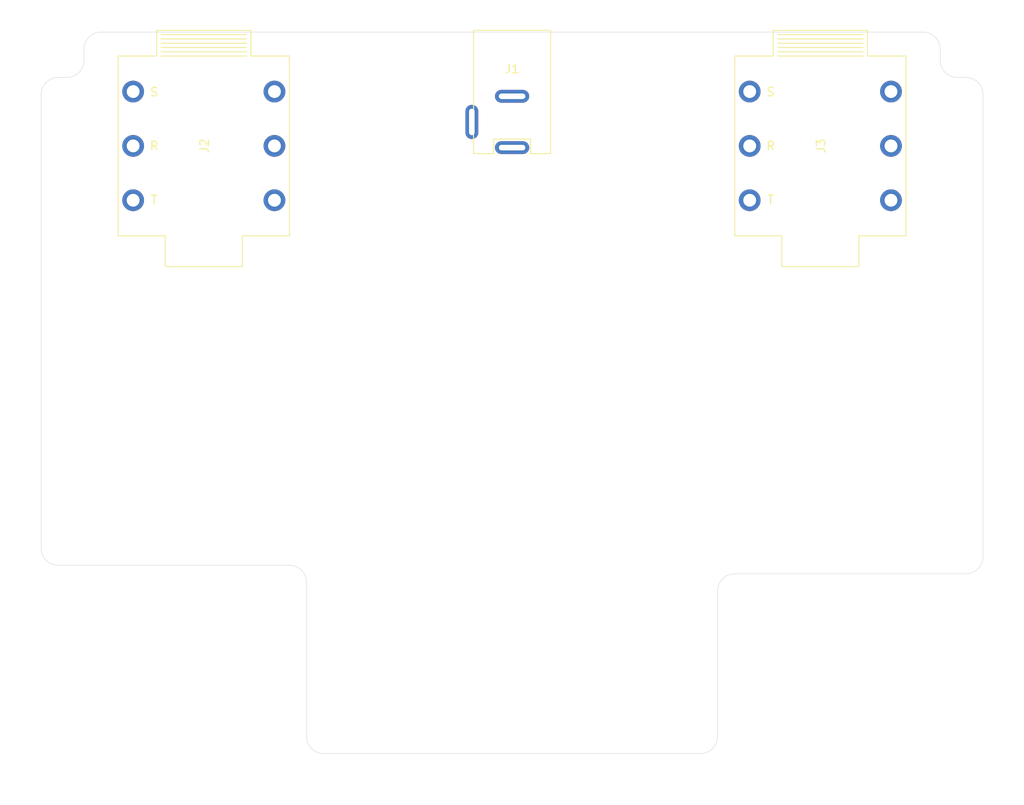
<source format=kicad_pcb>
(kicad_pcb (version 20171130) (host pcbnew "(5.1.10)-1")

  (general
    (thickness 1.6)
    (drawings 52)
    (tracks 0)
    (zones 0)
    (modules 3)
    (nets 8)
  )

  (page A4)
  (layers
    (0 F.Cu signal)
    (31 B.Cu signal)
    (32 B.Adhes user)
    (33 F.Adhes user)
    (34 B.Paste user)
    (35 F.Paste user)
    (36 B.SilkS user)
    (37 F.SilkS user)
    (38 B.Mask user)
    (39 F.Mask user)
    (40 Dwgs.User user)
    (41 Cmts.User user hide)
    (44 Edge.Cuts user)
    (45 Margin user)
    (46 B.CrtYd user hide)
    (47 F.CrtYd user hide)
    (48 B.Fab user hide)
    (49 F.Fab user hide)
  )

  (setup
    (last_trace_width 0.25)
    (user_trace_width 0.5)
    (user_trace_width 1)
    (trace_clearance 0.2)
    (zone_clearance 0.25)
    (zone_45_only no)
    (trace_min 0.2)
    (via_size 0.8)
    (via_drill 0.4)
    (via_min_size 0.4)
    (via_min_drill 0.3)
    (uvia_size 0.3)
    (uvia_drill 0.1)
    (uvias_allowed no)
    (uvia_min_size 0.2)
    (uvia_min_drill 0.1)
    (edge_width 0.05)
    (segment_width 0.2)
    (pcb_text_width 0.3)
    (pcb_text_size 1.5 1.5)
    (mod_edge_width 0.12)
    (mod_text_size 1 1)
    (mod_text_width 0.15)
    (pad_size 1.524 1.524)
    (pad_drill 0.762)
    (pad_to_mask_clearance 0)
    (aux_axis_origin 0 0)
    (visible_elements 7FFFFFFF)
    (pcbplotparams
      (layerselection 0x010fc_ffffffff)
      (usegerberextensions false)
      (usegerberattributes true)
      (usegerberadvancedattributes true)
      (creategerberjobfile true)
      (excludeedgelayer true)
      (linewidth 0.100000)
      (plotframeref false)
      (viasonmask false)
      (mode 1)
      (useauxorigin false)
      (hpglpennumber 1)
      (hpglpenspeed 20)
      (hpglpendiameter 15.000000)
      (psnegative false)
      (psa4output false)
      (plotreference true)
      (plotvalue true)
      (plotinvisibletext false)
      (padsonsilk false)
      (subtractmaskfromsilk false)
      (outputformat 1)
      (mirror false)
      (drillshape 0)
      (scaleselection 1)
      (outputdirectory "gerber-files/"))
  )

  (net 0 "")
  (net 1 Earth)
  (net 2 "Net-(J1-Pad1)")
  (net 3 "Net-(J1-Pad2)")
  (net 4 "Net-(J1-Pad3)")
  (net 5 /In)
  (net 6 "Net-(J2-Pad5)")
  (net 7 /Out)

  (net_class Default "This is the default net class."
    (clearance 0.2)
    (trace_width 0.25)
    (via_dia 0.8)
    (via_drill 0.4)
    (uvia_dia 0.3)
    (uvia_drill 0.1)
    (add_net /In)
    (add_net /Out)
    (add_net Earth)
    (add_net "Net-(J1-Pad1)")
    (add_net "Net-(J1-Pad2)")
    (add_net "Net-(J1-Pad3)")
    (add_net "Net-(J2-Pad5)")
  )

  (module bca-footprints:DC_Jack_DC005 locked (layer F.Cu) (tedit 61FC325F) (tstamp 620E18F1)
    (at 0 -43.5)
    (path /617DE997)
    (fp_text reference J1 (at 0 4.5) (layer F.SilkS)
      (effects (font (size 1 1) (thickness 0.15)))
    )
    (fp_text value Barrel_Jack_Switch (at 0 1.2) (layer F.Fab)
      (effects (font (size 1 1) (thickness 0.15)))
    )
    (fp_line (start -4.5 0) (end 4.5 0) (layer F.SilkS) (width 0.12))
    (fp_line (start 4.5 0) (end 4.5 14.4) (layer F.SilkS) (width 0.12))
    (fp_line (start -4.5 14.4) (end -2.15 14.4) (layer F.SilkS) (width 0.12))
    (fp_line (start -4.5 0) (end -4.5 14.4) (layer F.SilkS) (width 0.12))
    (fp_line (start 2.15 14.4) (end 4.5 14.4) (layer F.SilkS) (width 0.12))
    (fp_line (start 2.15 14.4) (end 2.15 12.7) (layer F.SilkS) (width 0.12))
    (fp_line (start 2.15 12.7) (end -2.15 12.7) (layer F.SilkS) (width 0.12))
    (fp_line (start -2.15 12.7) (end -2.15 14.4) (layer F.SilkS) (width 0.12))
    (pad 1 thru_hole oval (at 0 13.7 90) (size 1.5 4) (drill oval 0.65 3.1) (layers *.Cu *.Mask)
      (net 2 "Net-(J1-Pad1)"))
    (pad 2 thru_hole oval (at 0 7.7 90) (size 1.5 4) (drill oval 0.65 3.1) (layers *.Cu *.Mask)
      (net 3 "Net-(J1-Pad2)"))
    (pad 3 thru_hole oval (at -4.7 10.7 180) (size 1.5 4) (drill oval 0.65 3.1) (layers *.Cu *.Mask)
      (net 4 "Net-(J1-Pad3)"))
    (model "C:/Users/Mark Bennett/github/kicad/bca-kicad-lib/bca-3d/DS-210.step"
      (at (xyz 0 0 0))
      (scale (xyz 1 1 1))
      (rotate (xyz 0 0 0))
    )
  )

  (module bca-footprints:Rean_NYS215 locked (layer F.Cu) (tedit 6201CB47) (tstamp 620E1910)
    (at -36 -30)
    (path /6164B294)
    (fp_text reference J2 (at 0.075 0 90) (layer F.SilkS)
      (effects (font (size 1 1) (thickness 0.15)))
    )
    (fp_text value AudioJack_TRS (at 0 0 90) (layer F.Fab) hide
      (effects (font (size 1 1) (thickness 0.15)))
    )
    (fp_line (start 10 -10.5) (end 10 10.5) (layer F.SilkS) (width 0.12))
    (fp_line (start -10 10.5) (end -10 -10.5) (layer F.SilkS) (width 0.12))
    (fp_line (start -10 10.5) (end -4.5 10.5) (layer F.SilkS) (width 0.12))
    (fp_line (start -4.5 10.5) (end -4.5 14.1) (layer F.SilkS) (width 0.12))
    (fp_line (start -4.5 14.1) (end 4.5 14.1) (layer F.SilkS) (width 0.12))
    (fp_line (start 4.5 14.1) (end 4.5 10.5) (layer F.SilkS) (width 0.12))
    (fp_line (start 4.5 10.5) (end 10 10.5) (layer F.SilkS) (width 0.12))
    (fp_line (start 10 -10.5) (end 5.5 -10.5) (layer F.SilkS) (width 0.12))
    (fp_line (start 5.5 -10.5) (end 5.5 -13.5) (layer F.SilkS) (width 0.12))
    (fp_line (start 5.5 -13.5) (end -5.5 -13.5) (layer F.SilkS) (width 0.12))
    (fp_line (start -5.5 -13.5) (end -5.5 -10.5) (layer F.SilkS) (width 0.12))
    (fp_line (start -5.5 -10.5) (end -10 -10.5) (layer F.SilkS) (width 0.12))
    (fp_line (start -5 -13) (end 5 -13) (layer F.SilkS) (width 0.12))
    (fp_line (start 5 -12.5) (end -5 -12.5) (layer F.SilkS) (width 0.12))
    (fp_line (start -5 -12) (end 5 -12) (layer F.SilkS) (width 0.12))
    (fp_line (start 5 -11.5) (end -5 -11.5) (layer F.SilkS) (width 0.12))
    (fp_line (start -5 -11) (end 5 -11) (layer F.SilkS) (width 0.12))
    (fp_line (start 5 -10.5) (end -5 -10.5) (layer F.SilkS) (width 0.12))
    (fp_text user R (at -5.8 0) (layer F.SilkS)
      (effects (font (size 1 1) (thickness 0.15)))
    )
    (fp_text user S (at -5.8 -6.3) (layer F.SilkS)
      (effects (font (size 1 1) (thickness 0.15)))
    )
    (fp_text user T (at -5.8 6.3) (layer F.SilkS)
      (effects (font (size 1 1) (thickness 0.15)))
    )
    (pad 3 thru_hole circle (at -8.25 -6.35) (size 2.54 2.54) (drill 1.5) (layers *.Cu *.Mask)
      (net 1 Earth))
    (pad 2 thru_hole circle (at -8.25 0) (size 2.54 2.54) (drill 1.5) (layers *.Cu *.Mask)
      (net 2 "Net-(J1-Pad1)"))
    (pad 1 thru_hole circle (at -8.25 6.35) (size 2.54 2.54) (drill 1.5) (layers *.Cu *.Mask)
      (net 5 /In))
    (pad 6 thru_hole circle (at 8.25 -6.35) (size 2.54 2.54) (drill 1.5) (layers *.Cu *.Mask)
      (net 1 Earth))
    (pad 5 thru_hole circle (at 8.25 0) (size 2.54 2.54) (drill 1.5) (layers *.Cu *.Mask)
      (net 6 "Net-(J2-Pad5)"))
    (pad 4 thru_hole circle (at 8.25 6.35) (size 2.54 2.54) (drill 1.5) (layers *.Cu *.Mask)
      (net 1 Earth))
    (model ${BCA3DMOD}/A-1122.step
      (at (xyz 0 0 0))
      (scale (xyz 1 1 1))
      (rotate (xyz 0 0 0))
    )
  )

  (module bca-footprints:Rean_NYS215 locked (layer F.Cu) (tedit 6201CB47) (tstamp 620E192F)
    (at 36 -30)
    (path /6164BFFE)
    (fp_text reference J3 (at 0.075 0 90) (layer F.SilkS)
      (effects (font (size 1 1) (thickness 0.15)))
    )
    (fp_text value AudioJack_TRS (at 0 0 90) (layer F.Fab) hide
      (effects (font (size 1 1) (thickness 0.15)))
    )
    (fp_line (start 5 -10.5) (end -5 -10.5) (layer F.SilkS) (width 0.12))
    (fp_line (start -5 -11) (end 5 -11) (layer F.SilkS) (width 0.12))
    (fp_line (start 5 -11.5) (end -5 -11.5) (layer F.SilkS) (width 0.12))
    (fp_line (start -5 -12) (end 5 -12) (layer F.SilkS) (width 0.12))
    (fp_line (start 5 -12.5) (end -5 -12.5) (layer F.SilkS) (width 0.12))
    (fp_line (start -5 -13) (end 5 -13) (layer F.SilkS) (width 0.12))
    (fp_line (start -5.5 -10.5) (end -10 -10.5) (layer F.SilkS) (width 0.12))
    (fp_line (start -5.5 -13.5) (end -5.5 -10.5) (layer F.SilkS) (width 0.12))
    (fp_line (start 5.5 -13.5) (end -5.5 -13.5) (layer F.SilkS) (width 0.12))
    (fp_line (start 5.5 -10.5) (end 5.5 -13.5) (layer F.SilkS) (width 0.12))
    (fp_line (start 10 -10.5) (end 5.5 -10.5) (layer F.SilkS) (width 0.12))
    (fp_line (start 4.5 10.5) (end 10 10.5) (layer F.SilkS) (width 0.12))
    (fp_line (start 4.5 14.1) (end 4.5 10.5) (layer F.SilkS) (width 0.12))
    (fp_line (start -4.5 14.1) (end 4.5 14.1) (layer F.SilkS) (width 0.12))
    (fp_line (start -4.5 10.5) (end -4.5 14.1) (layer F.SilkS) (width 0.12))
    (fp_line (start -10 10.5) (end -4.5 10.5) (layer F.SilkS) (width 0.12))
    (fp_line (start -10 10.5) (end -10 -10.5) (layer F.SilkS) (width 0.12))
    (fp_line (start 10 -10.5) (end 10 10.5) (layer F.SilkS) (width 0.12))
    (fp_text user T (at -5.8 6.3) (layer F.SilkS)
      (effects (font (size 1 1) (thickness 0.15)))
    )
    (fp_text user S (at -5.8 -6.3) (layer F.SilkS)
      (effects (font (size 1 1) (thickness 0.15)))
    )
    (fp_text user R (at -5.8 0) (layer F.SilkS)
      (effects (font (size 1 1) (thickness 0.15)))
    )
    (pad 4 thru_hole circle (at 8.25 6.35) (size 2.54 2.54) (drill 1.5) (layers *.Cu *.Mask)
      (net 1 Earth))
    (pad 5 thru_hole circle (at 8.25 0) (size 2.54 2.54) (drill 1.5) (layers *.Cu *.Mask)
      (net 1 Earth))
    (pad 6 thru_hole circle (at 8.25 -6.35) (size 2.54 2.54) (drill 1.5) (layers *.Cu *.Mask)
      (net 1 Earth))
    (pad 1 thru_hole circle (at -8.25 6.35) (size 2.54 2.54) (drill 1.5) (layers *.Cu *.Mask)
      (net 7 /Out))
    (pad 2 thru_hole circle (at -8.25 0) (size 2.54 2.54) (drill 1.5) (layers *.Cu *.Mask)
      (net 1 Earth))
    (pad 3 thru_hole circle (at -8.25 -6.35) (size 2.54 2.54) (drill 1.5) (layers *.Cu *.Mask)
      (net 1 Earth))
    (model ${BCA3DMOD}/A-1122.step
      (at (xyz 0 0 0))
      (scale (xyz 1 1 1))
      (rotate (xyz 0 0 0))
    )
  )

  (gr_arc (start -26 21) (end -24 21) (angle -90) (layer Edge.Cuts) (width 0.05) (tstamp 6221775B))
  (gr_arc (start -53 17) (end -55 17) (angle -90) (layer Edge.Cuts) (width 0.05) (tstamp 62217751))
  (gr_arc (start -53 -36) (end -53 -38) (angle -90) (layer Edge.Cuts) (width 0.05) (tstamp 62217742))
  (gr_arc (start -52 -40) (end -52 -38) (angle -90) (layer Edge.Cuts) (width 0.05) (tstamp 6221773E))
  (gr_arc (start -48 -41.3) (end -48 -43.3) (angle -90) (layer Edge.Cuts) (width 0.05) (tstamp 62217735))
  (gr_arc (start 48 -41.3) (end 50 -41.3) (angle -90) (layer Edge.Cuts) (width 0.05) (tstamp 6221772B))
  (gr_arc (start 52 -40) (end 50 -40) (angle -90) (layer Edge.Cuts) (width 0.05) (tstamp 6221771C))
  (gr_arc (start 53 -36) (end 55 -36) (angle -90) (layer Edge.Cuts) (width 0.05) (tstamp 62217719))
  (gr_arc (start 53 18) (end 53 20) (angle -90) (layer Edge.Cuts) (width 0.05) (tstamp 62217710))
  (gr_arc (start 26 22) (end 26 20) (angle -90) (layer Edge.Cuts) (width 0.05) (tstamp 62217706))
  (gr_arc (start 22 39) (end 22 41) (angle -90) (layer Edge.Cuts) (width 0.05) (tstamp 622176FA))
  (gr_arc (start -22 39) (end -24 39) (angle -90) (layer Edge.Cuts) (width 0.05))
  (gr_line (start 48 -43.3) (end -48 -43.3) (layer Edge.Cuts) (width 0.05) (tstamp 621295F2))
  (gr_line (start 50 -40) (end 50 -41.3) (layer Edge.Cuts) (width 0.05))
  (gr_line (start 53 -38) (end 52 -38) (layer Edge.Cuts) (width 0.05))
  (gr_line (start 55 18) (end 55 -36) (layer Edge.Cuts) (width 0.05))
  (gr_line (start 26 20) (end 53 20) (layer Edge.Cuts) (width 0.05))
  (gr_line (start 24 39) (end 24 22) (layer Edge.Cuts) (width 0.05) (tstamp 620DFBAA))
  (gr_line (start -22 41) (end 22 41) (layer Edge.Cuts) (width 0.05))
  (gr_line (start -24 21) (end -24 39) (layer Edge.Cuts) (width 0.05))
  (gr_line (start -53 19) (end -26 19) (layer Edge.Cuts) (width 0.05))
  (gr_line (start -55 -36) (end -55 17) (layer Edge.Cuts) (width 0.05))
  (gr_line (start -52 -38) (end -53 -38) (layer Edge.Cuts) (width 0.05))
  (gr_line (start -50 -41.3) (end -50 -40) (layer Edge.Cuts) (width 0.05))
  (gr_line (start -59.75 42) (end -59.75 -42) (layer Dwgs.User) (width 0.1))
  (gr_line (start 54.75 47) (end -54.75 47) (layer Dwgs.User) (width 0.1))
  (gr_line (start 59.75 42) (end 59.75 -42) (layer Dwgs.User) (width 0.1))
  (gr_line (start 54.75 -47) (end -54.75 -47) (layer Dwgs.User) (width 0.1))
  (gr_circle (center -54.75 -42) (end -54.75 -44) (layer Dwgs.User) (width 0.1))
  (gr_circle (center -54.75 42) (end -54.75 40) (layer Dwgs.User) (width 0.1))
  (gr_circle (center 54.75 42) (end 54.75 40) (layer Dwgs.User) (width 0.1))
  (gr_circle (center 54.75 -42) (end 54.75 -44) (layer Dwgs.User) (width 0.1))
  (gr_line (start -56.33 39) (end -56.33 -39) (layer Dwgs.User) (width 0.1))
  (gr_line (start 56.33 39) (end 56.33 -39) (layer Dwgs.User) (width 0.1))
  (gr_line (start -51.75 43.58) (end 51.75 43.58) (layer Dwgs.User) (width 0.1))
  (gr_line (start -51.75 -43.58) (end 51.75 -43.58) (layer Dwgs.User) (width 0.1))
  (gr_line (start 56.33 39) (end 54.8 39) (layer Dwgs.User) (width 0.1))
  (gr_line (start 51.75 42) (end 51.75 43.58) (layer Dwgs.User) (width 0.1))
  (gr_arc (start 54.75 42) (end 54.8 38.999996) (angle -91.000041) (layer Dwgs.User) (width 0.1))
  (gr_arc (start -54.75 42) (end -51.749997 42.049997) (angle -90.9999587) (layer Dwgs.User) (width 0.1))
  (gr_line (start -51.75 43.58) (end -51.75 42.05) (layer Dwgs.User) (width 0.1))
  (gr_line (start -54.75 38.9996) (end -56.33 39) (layer Dwgs.User) (width 0.1))
  (gr_line (start -56.33 -39) (end -54.8 -39) (layer Dwgs.User) (width 0.1))
  (gr_line (start -51.74958 -42) (end -51.75 -43.58) (layer Dwgs.User) (width 0.1))
  (gr_arc (start -54.75 -42) (end -54.800009 -38.999996) (angle -91) (layer Dwgs.User) (width 0.1))
  (gr_arc (start 54.75 -42) (end 51.749996 -42.049997) (angle -90.9998) (layer Dwgs.User) (width 0.1))
  (gr_line (start 51.75 -43.58) (end 51.75 -42.05) (layer Dwgs.User) (width 0.1))
  (gr_line (start 54.75 -38.9996) (end 56.33 -39) (layer Dwgs.User) (width 0.1))
  (gr_arc (start 54.75 -42) (end 59.75 -42) (angle -90) (layer Dwgs.User) (width 0.1))
  (gr_arc (start 54.75 42) (end 54.75 47) (angle -90) (layer Dwgs.User) (width 0.1))
  (gr_arc (start -54.75 42) (end -59.75 42) (angle -90) (layer Dwgs.User) (width 0.1))
  (gr_arc (start -54.75 -42) (end -54.75 -47) (angle -90) (layer Dwgs.User) (width 0.1))

)

</source>
